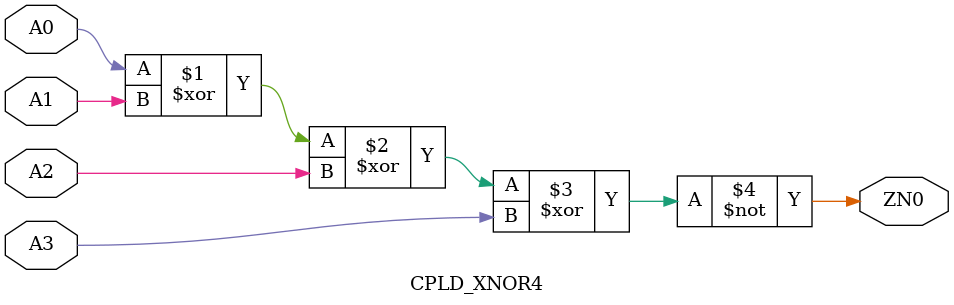
<source format=v>
module CPLD_XNOR4 (ZN0, A0, A1, A2, A3);

    input  A0;
    input  A1;
    input  A2;
    input  A3;

    output  ZN0;

    xnor INST1 (ZN0, A0, A1, A2, A3);

endmodule

</source>
